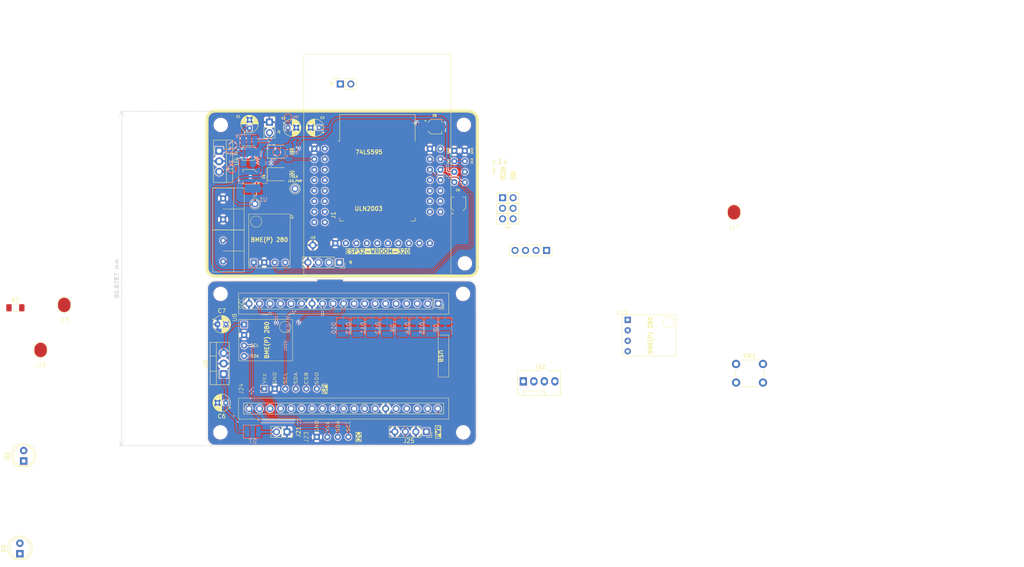
<source format=kicad_pcb>
(kicad_pcb (version 20240108) (generator "pcbnew") (generator_version "8.0")
  (layers (0 "F.Cu" signal) (31 "B.Cu" signal) (34 "B.Paste" user) (35 "F.Paste" user) (36 "B.SilkS" user "B.Silkscreen") (37 "F.SilkS" user "F.Silkscreen") (38 "B.Mask" user) (39 "F.Mask" user) (44 "Edge.Cuts" user))
  (net 0 "")
  (net 1 "GND")
  (net 2 "+3V3")
  (net 3 "+5V")
  (net 4 "/RXD")
  (net 5 "/TXD")
  (net 6 "/SDA")
  (net 7 "/GPIO_33")
  (net 8 "/SCL")
  (net 9 "/OUT3")
  (net 10 "/EN")
  (net 11 "/SOURCE2")
  (net 12 "/SOURCE1")
  (net 13 "/SOURCE3")
  (net 14 "/VDC")
  (net 15 "/DAC1")
  (net 16 "/DAC2")
  (net 17 "/GPIO39")
  (net 18 "/GPIO19")
  (net 19 "/GPIO17")
  (net 20 "/GPIO5")
  (net 21 "/GPIO18")
  (net 22 "/SD_DATA0")
  (net 23 "/ADC2_CH3")
  (net 24 "/SD_DATA3")
  (net 25 "/SD_CMD")
  (net 26 "/SD_CLK")
  (net 27 "/SD_DATA2")
  (net 28 "/SD_DATA1")
  (net 29 "/ADC2_CH0")
  (net 30 "/GPIO23")
  (net 31 "/GPIO36")
  (net 32 "/ADC2_CH2")
  (net 33 "/BOOT")
  (net 34 "/GPIO13")
  (net 35 "/SOURCE4")
  (net 36 "/SOURCE5")
  (net 37 "/SIPO_DATA")
  (net 38 "/SIPO_CLK")
  (net 39 "/SIPO_LATCH")
  (net 40 "/GPIO14")
  (net 41 "/OUT1")
  (net 42 "/VIN")
  (net 45 "Net-(D5-Pad1)")
  (net 46 "Net-(J15-Pin_1)")
  (net 47 "Net-(J19-Pin_1)")
  (net 48 "/OUT2")
  (net 60 "/RX")
  (net 65 "/TX")
  (net 76 "/SCL-2")
  (net 77 "/SDA-2")
  (net 80 "/12V")
  (net 82 "/QB-2")
  (net 83 "/QC-2")
  (net 84 "/QE-2")
  (net 85 "/QA-2")
  (net 86 "/QD-2")
  (net 87 "/QG-2")
  (net 88 "/QH-2")
  (net 89 "/QF-2")
  (net 90 "/SPI-SDO")
  (net 91 "/SPI-CSB")
  (net 92 "/SPI-SCL")
  (net 93 "/SPI-SDA")
  (net 94 "/D23")
  (net 95 "/D18")
  (footprint "Capacitor_THT:CP_Radial_D4.0mm_P2.00mm" (layer "F.Cu") (at 107 44.2 180)
    (property "Reference" "C2")
    (property "Value" "1uF")
  )
  (footprint "LED_SMD:LED_1210_3225Metric_Pad1.42x2.65mm_HandSolder" (layer "F.Cu") (at 97 55.45)
    (property "Reference" "D2")
    (property "Value" "STATUS")
  )
  (footprint "Capacitor_SMD:CP_Elec_3x5.3" (layer "F.Cu") (at 90.3 50.35 180)
    (property "Reference" "C4")
    (property "Value" "0.1uF")
  )
  (footprint "Resistor_SMD:R_1206_3216Metric_Pad1.30x1.75mm_HandSolder" (layer "F.Cu") (at 33.612 87.7585)
    (property "Reference" "R7")
    (property "Value" "4K7")
  )
  (footprint "LED_THT:LED_D5.0mm" (layer "F.Cu") (at 34.7 147.25 90)
    (property "Reference" "D6")
    (property "Value" "LED_STATUS")
  )
  (footprint "Button_Switch_THT:SW_PUSH_6mm" (layer "F.Cu") (at 207.8 101.35)
    (property "Reference" "SW1")
    (property "Value" "SW_Push")
  )
  (footprint "Connector:FanPinHeader_1x04_P2.54mm_Vertical" (layer "F.Cu") (at 156.38 105.55)
    (property "Reference" "J22")
    (property "Value" "Conn_01x04_Pin")
  )
  (footprint "Alexander Footprint Library:Pad_1x01_P2.54_SMD" (layer "F.Cu") (at 39.712 102.098)
    (property "Reference" "J19")
    (property "Value" "LED_PWR")
  )
  (footprint "Alexanddr Footprints Library:ESP32-WROOM-Adapter-Socket-2" (layer "F.Cu") (at 121.1 56.9025)
    (property "Reference" "J1")
    (property "Value" "~")
  )
  (footprint "Alexander Footprint Library:Pad_1x01_P2.54_SMD" (layer "F.Cu") (at 45.412 91.198)
    (property "Reference" "J15")
    (property "Value" "LED_PWR")
  )
  (footprint "MountingHole:MountingHole_3mm" (layer "F.Cu") (at 142 43.5)
    (property "Reference" "H1" (hide yes))
    (property "Value" "MountingHole_Pad")
  )
  (footprint "Connector_PinSocket_2.54mm:PinSocket_1x02_P2.54mm_Vertical" (layer "F.Cu") (at 99.25 117.775 -90)
    (property "Reference" "J21")
    (property "Value" "PWR")
  )
  (footprint "MountingHole:MountingHole_3mm" (layer "F.Cu") (at 83.25 43.53)
    (property "Reference" "H2" (hide yes))
    (property "Value" "MountingHole_Pad")
  )
  (footprint "Alexander Footprints Library:Conn_Terminal_5mm" (layer "F.Cu") (at 83.82 53.69)
    (property "Reference" "J9" (hide yes))
    (property "Value" "Conn_01x02_Socket")
  )
  (footprint "Alexander Footprint Library:Pad_1x01_P2.54_SMD" (layer "F.Cu") (at 207.3 68.7895)
    (property "Reference" "J17")
    (property "Value" "GND")
  )
  (footprint "MountingHole:MountingHole_3mm" (layer "F.Cu") (at 141.85 117.9)
    (property "Reference" "H4" (hide yes))
    (property "Value" "MountingHole_Pad")
  )
  (footprint "Capacitor_THT:CP_Radial_D4.0mm_P2.00mm" (layer "F.Cu") (at 82.5 91.75)
    (property "Reference" "C7")
    (property "Value" "1uF")
  )
  (footprint "Connector_PinSocket_2.54mm:PinSocket_1x04_P2.54mm_Vertical" (layer "F.Cu") (at 132.94 117.75 -90)
    (property "Reference" "J25")
    (property "Value" "PWR_SATA_Conn_01x04")
  )
  (footprint "Capacitor_SMD:CP_Elec_3x5.3" (layer "F.Cu") (at 90.4 56.05 180)
    (property "Reference" "C9")
    (property "Value" "0.1uF")
  )
  (footprint "Alexander Footprint Library:PinSocket_1x01_P2.54" (layer "F.Cu") (at 91.5 65.19)
    (property "Reference" "J7")
    (property "Value" "LED_PWR")
  )
  (footprint "Alexander Footprint Library:Conn_SPI" (layer "F.Cu") (at 88.68 107.35 90)
    (property "Reference" "J24")
    (property "Value" "~")
  )
  (footprint "Connector_PinSocket_2.54mm:PinSocket_1x02_P2.54mm_Vertical" (layer "F.Cu") (at 95.025 42.85)
    (property "Reference" "J2")
    (property "Value" "PWR")
  )
  (footprint "Connector_PinSocket_2.54mm:PinSocket_1x04_P2.54mm_Vertical" (layer "F.Cu") (at 111.94 76.8 -90)
    (property "Reference" "J6")
    (property "Value" "SOURCE")
  )
  (footprint "MountingHole:MountingHole_3mm" (layer "F.Cu") (at 83.15 117.9)
    (property "Reference" "H4" (hide yes))
    (property "Value" "MountingHole_Pad")
  )
  (footprint "Connector_PinSocket_2.54mm:PinSocket_1x04_P2.54mm_Vertical" (layer "F.Cu") (at 162 73.875 -90)
    (property "Reference" "J10" (hide yes))
    (property "Value" "ADC")
  )
  (footprint "Capacitor_SMD:CP_Elec_3x5.3" (layer "F.Cu") (at 140.7 62.75 90)
    (property "Reference" "C5")
    (property "Value" "0.1uF")
  )
  (footprint "MountingHole:MountingHole_3mm" (layer "F.Cu") (at 141.8 84.4)
    (property "Reference" "H4" (hide yes))
    (property "Value" "MountingHole_Pad")
  )
  (footprint "Capacitor_THT:CP_Radial_D4.0mm_P2.00mm" (layer "F.Cu") (at 99.5 44.2)
    (property "Reference" "C3")
    (property "Value" "1uF")
  )
  (footprint "Alexander Footprint Library:Conn_ESP32_WROOM-DevKit-38pins" (layer "F.Cu") (at 87.54 86.75 -90)
    (property "Reference" "J20")
    (property "Value" "~")
  )
  (footprint "Capacitor_SMD:CP_Elec_3x5.3" (layer "F.Cu") (at 134.9 43.95)
    (property "Reference" "C8")
    (property "Value" "10uF")
  )
  (footprint "Alexander Footprint Library:LD1117" (layer "F.Cu") (at 83.945 103.79 90)
    (property "Reference" "U9")
    (property "Value" "L7805")
  )
  (footprint "Alexander Footprint Library:PinSocket_1x01_P2.54" (layer "F.Cu") (at 101.2 61.52)
    (property "Reference" "J18")
    (property "Value" "LED_PWR")
  )
  (footprint "Alexander Footprint Library:Conn_I2C" (layer "F.Cu") (at 98.84 119 90)
    (property "Reference" "J23")
    (property "Value" "I2C")
  )
  (footprint "Capacitor_THT:CP_Radial_D4.0mm_P2.00mm" (layer "F.Cu") (at 84.4726 110.75 180)
    (property "Reference" "C6")
    (property "Value" "1uF")
  )
  (footprint "Alexander Footprint Library:BME280_BMP280_I2C" (layer "F.Cu") (at 180.3 89.45)
    (property "Reference" "U10")
    (property "Value" "BME(P)280")
  )
  (footprint "MountingHole:MountingHole_3mm" (layer "F.Cu") (at 83.2 84.4)
    (property "Reference" "H4" (hide yes))
    (property "Value" "MountingHole_Pad")
  )
  (footprint "Connector_PinSocket_2.54mm:PinSocket_1x02_P2.54mm_Vertical" (layer "F.Cu") (at 112.15 33.625 90)
    (property "Reference" "J5")
    (property "Value" "DAC")
  )
  (footprint "Alexander Footprint Library:CONN_2x3" (layer "F.Cu") (at 151.36 56.07)
    (property "Reference" "J14")
    (property "Value" "GPIO")
  )
  (footprint "Alexander Footprints Library:Conn_UART" (layer "F.Cu") (at 139.7 42.15)
    (property "Reference" "J3" (hide yes))
    (property "Value" "UART")
  )
  (footprint "Alexander Footprint Library:PinSocket_1x01_P2.54" (layer "F.Cu") (at 105.5 75.19)
    (property "Reference" "J16")
    (property "Value" "GND")
  )
  (footprint "Capacitor_THT:CP_Radial_D4.0mm_P2.00mm" (layer "F.Cu") (at 90.2 44.3 90)
    (property "Reference" "C1")
    (property "Value" "1uF")
  )
  (footprint "Alexander Footprint Library:BME280_BMP280_I2C" (layer "F.Cu") (at 90 78.1 90)
    (property "Reference" "U7")
    (property "Value" "BME(P)280")
  )
  (footprint "Alexander Footprint Library:LD1117" (layer "F.Cu") (at 82.855 49.77 -90)
    (property "Reference" "U4")
    (property "Value" "L7805")
  )
  (footprint "Alexander Footprints Library:Conn_I2C" (layer "F.Cu") (at 142.24 42.15)
    (property "Reference" "J4" (hide yes))
    (property "Value" "I2C")
  )
  (footprint "LED_THT:LED_D5.0mm" (layer "F.Cu") (at 35.612 124.8335 90)
    (property "Reference" "D5")
    (property "Value" "LED_PWR")
  )
  (footprint "Alexander Footprint Library:BME280_BMP280_I2C" (layer "F.Cu") (at 87.6 90.59)
    (property "Reference" "U8")
    (property "Value" "BME(P)280")
  )
  (footprint "LED_SMD:LED_1210_3225Metric_Pad1.42x2.65mm_HandSolder" (layer "F.Cu") (at 97 50)
    (property "Reference" "D1")
    (property "Value" "PWR")
  )
  (footprint "MountingHole:MountingHole_3mm" (layer "F.Cu") (at 142.25 77)
    (property "Reference" "H4" (hide yes))
    (property "Value" "MountingHole_Pad")
  )
  (footprint "Alexander Footprints Library:Conn_Terminal_5mm" (layer "F.Cu") (at 83.82 63.85)
    (property "Reference" "J8" (hide yes))
    (property "Value" "Conn_01x02_Socket")
  )
  (footprint "TestPoint:TestPoint_Pad_D1.5mm" (layer "B.Cu") (at 99.5 41.75 180)
    (property "Reference" "TP4")
    (property "Value" "5V")
  )
  (footprint "LED_SMD:LED_1210_3225Metric_Pad1.42x2.65mm_HandSolder" (layer "B.Cu") (at 127.1 92.65 -90)
    (property "Reference" "D9")
    (property "Value" "PWR")
  )
  (footprint "TestPoint:TestPoint_Pad_D1.5mm" (layer "B.Cu") (at 96.8 50.15 180)
    (property "Reference" "TP3")
    (property "Value" "3V3")
  )
  (footprint "LED_SMD:LED_1210_3225Metric_Pad1.42x2.65mm_HandSolder" (layer "B.Cu") (at 119.9 92.65 -90)
    (property "Reference" "D11")
    (property "Value" "PWR")
  )
  (footprint "Diode_SMD:D_1210_3225Metric" (layer "B.Cu") (at 91 117.75)
    (property "Reference" "D7")
    (property "Value" "D")
  )
  (footprint "LED_SMD:LED_1210_3225Metric_Pad1.42x2.65mm_HandSolder" (layer "B.Cu") (at 134.1 92.65 -90)
    (property "Reference" "D15")
    (property "Value" "PWR")
  )
  (footprint "Resistor_SMD:R_1206_3216Metric_Pad1.30x1.75mm_HandSolder" (layer "B.Cu") (at 99.7 50.25 -90)
    (property "Reference" "R1")
    (property "Value" "10K")
  )
  (footprint "Diode_SMD:D_1210_3225Metric" (layer "B.Cu") (at 90.1 47.4)
    (property "Reference" "D4")
    (property "Value" "D")
  )
  (footprint "LED_SMD:LED_1210_3225Metric_Pad1.42x2.65mm_HandSolder" (layer "B.Cu") (at 130.6 92.65 -90)
    (property "Reference" "D14")
    (property "Value" "PWR")
  )
  (footprint "TestPoint:TestPoint_Pad_D1.5mm" (layer "B.Cu") (at 86.2 48.45 180)
    (property "Reference" "TP1")
    (property "Value" "VIN")
  )
  (footprint "LED_SMD:LED_1210_3225Metric_Pad1.42x2.65mm_HandSolder" (layer "B.Cu") (at 123.5 92.65 -90)
    (property "Reference" "D12")
    (property "Value" "PWR")
  )
  (footprint "TestPoint:TestPoint_Pad_D1.5mm" (layer "B.Cu") (at 85.9 54.15 180)
    (property "Reference" "TP2")
    (property "Value" "GND")
  )
  (footprint "LED_SMD:LED_1210_3225Metric_Pad1.42x2.65mm_HandSolder" (layer "B.Cu") (at 116.4 92.65 -90)
    (property "Reference" "D13")
    (property "Value" "PWR")
  )
  (footprint "LED_SMD:LED_1210_3225Metric_Pad1.42x2.65mm_HandSolder" (layer "B.Cu") (at 112.8 92.65 -90)
    (property "Reference" "D10")
    (property "Value" "PWR")
  )
  (footprint "Package_TO_SOT_SMD:SOT-223-3_TabPin2" (layer "B.Cu") (at 91 55.75 -90)
    (property "Reference" "U1")
    (property "Value" "MAX1726EUK33")
  )
  (footprint "LED_SMD:LED_1210_3225Metric_Pad1.42x2.65mm_HandSolder" (layer "B.Cu") (at 137.5 92.65 -90)
    (property "Reference" "D8")
    (property "Value" "PWR")
  )
  (gr_line (start 145.25 42.11421) (end 145.25 78.085782) (stroke (width 0.75)) (layer "F.SilkS"))
  (gr_line (start 81.914218 40.164218) (end 143.08579 40.164218) (stroke (width 0.75)) (layer "F.SilkS"))
  (gr_arc (start 145.25 78.085782) (mid 144.66422 79.500007) (end 143.25 80.085782) (stroke (width 0.75)) (layer "F.SilkS"))
  (gr_line (start 79.914218 42.11421) (end 79.914218 78.085782) (stroke (width 0.75)) (layer "F.SilkS"))
  (gr_arc (start 81.914218 80.085782) (mid 80.499999 79.500001) (end 79.914218 78.085782) (stroke (width 0.75)) (layer "F.SilkS"))
  (gr_arc (start 143.25 40.25) (mid 144.664214 40.835786) (end 145.25 42.25) (stroke (width 0.75)) (layer "F.SilkS"))
  (gr_arc (start 79.914218 42.164218) (mid 80.499999 40.749999) (end 81.914218 40.164218) (stroke (width 0.75)) (layer "F.SilkS"))
  (gr_line (start 81.914214 80.085782) (end 143.085786 80.085782) (stroke (width 0.75)) (layer "F.SilkS"))
  (gr_line (start 82.014214 80.235786) (end 106.4 80.25) (stroke (width 0.1)) (layer "Edge.Cuts"))
  (gr_line (start 80 42.25) (end 80.014214 78.235786) (stroke (width 0.1)) (layer "Edge.Cuts"))
  (gr_arc (start 79.921321 83.157107) (mid 80.507106 81.742896) (end 81.921321 81.157107) (stroke (width 0.1)) (layer "Edge.Cuts"))
  (gr_line (start 81.921321 121.128679) (end 143.107107 121.142893) (stroke (width 0.1)) (layer "Edge.Cuts"))
  (gr_arc (start 81.921321 121.128679) (mid 80.507101 120.542899) (end 79.921321 119.128679) (stroke (width 0.1)) (layer "Edge.Cuts"))
  (gr_line (start 143.092893 81.157107) (end 113 81.15) (stroke (width 0.1)) (layer "Edge.Cuts"))
  (gr_arc (start 145.107107 119.142893) (mid 144.521321 120.557107) (end 143.107107 121.142893) (stroke (width 0.1)) (layer "Edge.Cuts"))
  (gr_line (start 106.4 81.15) (end 81.921321 81.157107) (stroke (width 0.1)) (layer "Edge.Cuts"))
  (gr_arc (start 143.185786 40.264214) (mid 144.600004 40.849996) (end 145.185786 42.264214) (stroke (width 0.1)) (layer "Edge.Cuts"))
  (gr_line (start 113 80.25) (end 143.185786 80.235786) (stroke (width 0.1)) (layer "Edge.Cuts"))
  (gr_arc (start 82.014214 80.235786) (mid 80.599996 79.650004) (end 80.014214 78.235786) (stroke (width 0.1)) (layer "Edge.Cuts"))
  (gr_line (start 145.185786 42.264214) (end 145.185786 78.235786) (stroke (width 0.1)) (layer "Edge.Cuts"))
  (gr_arc (start 80 42.25) (mid 80.585786 40.835786) (end 82 40.25) (stroke (width 0.1)) (layer "Edge.Cuts"))
  (gr_line (start 145.107107 119.142893) (end 145.092893 83.157107) (stroke (width 0.1)) (layer "Edge.Cuts"))
  (gr_line (start 79.921321 119.128679) (end 79.921321 83.157107) (stroke (width 0.1)) (layer "Edge.Cuts"))
  (gr_line (start 106.4 81.15) (end 106.4 80.25) (stroke (width 0.1)) (layer "Edge.Cuts"))
  (gr_arc (start 145.185786 78.235786) (mid 144.600004 79.650004) (end 143.185786 80.235786) (stroke (width 0.1)) (layer "Edge.Cuts"))
  (gr_arc (start 143.092893 81.157107) (mid 144.507112 81.742888) (end 145.092893 83.157107) (stroke (width 0.1)) (layer "Edge.Cuts"))
  (gr_line (start 113 81.15) (end 113 80.25) (stroke (width 0.1)) (layer "Edge.Cuts"))
  (gr_line (start 143.185786 40.264214) (end 82 40.25) (stroke (width 0.1)) (layer "Edge.Cuts"))
  (gr_text "SCL" (at 90.4 96.85 0) (layer "F.SilkS") (effects (font (size 0.7 0.7) (thickness 0.125) (bold yes)) (justify left)))
  (gr_text "SDA" (at 90.4 99.45 0) (layer "F.SilkS") (effects (font (size 0.7 0.7) (thickness 0.125) (bold yes)) (justify left)))
  (gr_text "PWR" (at 136.4 119.55 90) (layer "F.SilkS" knockout) (effects (font (size 1 1) (thickness 0.25) (bold yes)) (justify left bottom)))
  (gr_text "74LS595" (at 119.057143 50.1 0) (layer "F.SilkS") (effects (font (size 1 1) (thickness 0.2) (bold yes))))
  (gr_text "ULN2003" (at 115.5 64.374 0) (layer "F.SilkS") (effects (font (size 1 1) (thickness 0.2) (bold yes)) (justify left bottom)))
  (dimension (type aligned) (layer "Edge.Cuts") (pts (xy 81.921321 121.128679) (xy 82 40.25)) (height -22.6907) (gr_text "80.8787 mm" (at 58.119973 80.666146 89.94426182) (layer "Edge.Cuts") (effects (font (size 1 1) (thickness 0.15)))) (format (prefix "") (suffix "") (units 3) (units_format 1) (precision 4)) (style (thickness 0.1) (arrow_length 1.27) (text_position_mode 0) (extension_height 0.58642) (extension_offset 0.5) keep_text_aligned))
  (segment (start 84.21 66) (end 83.82 66.39) (width 0.5) (layer "F.Cu") (net 1))
  (segment (start 95.5 54.8625) (end 95.5125 54.85) (width 0.25) (layer "F.Cu") (net 1))
  (segment (start 95.5 55.4625) (end 95.5125 55.45) (width 0.25) (layer "F.Cu") (net 1))
  (segment (start 91.5 59.65) (end 91.9 59.25) (width 0.5) (layer "F.Cu") (net 2))
  (segment (start 101.15 50) (end 102 49.15) (width 0.5) (layer "F.Cu") (net 2))
  (segment (start 90.08 108.57) (end 90.08 112.15) (width 0.5) (layer "F.Cu") (net 2))
  (segment (start 91.3 107.35) (end 90.08 108.57) (width 0.5) (layer "F.Cu") (net 2))
  (segment (start 91.9 59.25) (end 91.9 56.05) (width 0.5) (layer "F.Cu") (net 2))
  (segment (start 130.5 42.95) (end 131.5 43.95) (width 0.5) (layer "F.Cu") (net 2))
  (segment (start 131.5 43.95) (end 133.4 43.95) (width 0.5) (layer "F.Cu") (net 2))
  (segment (start 98.4875 50) (end 101.15 50) (width 0.5) (layer "F.Cu") (net 2))
  (segment (start 93.76 107.35) (end 91.3 107.35) (width 0.5) (layer "F.Cu") (net 2))
  (segment (start 91.5 62.62) (end 91.5 59.65) (width 0.5) (layer "F.Cu") (net 2))
  (via (at 102 49.15) (size 0.8) (drill 0.4) (layers "F.Cu" "B.Cu") (net 2))
  (via (at 130.5 42.95) (size 0.8) (drill 0.4) (layers "F.Cu" "B.Cu") (net 2))
  (segment (start 96.075 48.7) (end 97.525 48.7) (width 0.5) (layer "B.Cu") (net 2))
  (segment (start 109.408578 44.2) (end 107 44.2) (width 0.5) (layer "B.Cu") (net 2))
  (segment (start 93.21 115.25) (end 101 115.25) (width 0.5) (layer "B.Cu") (net 2))
  (segment (start 81.3 75.997918) (end 81.3 59.75104) (width 0.5) (layer "B.Cu") (net 2))
  (segment (start 93.3 54.905025) (end 93.3 52.6) (width 0.5) (layer "B.Cu") (net 2))
  (segment (start 100 48.7) (end 100 48.03033) (width 0.5) (layer "B.Cu") (net 2))
  (segment (start 137.9 51.55) (end 138.66 52.31) (width 0.5) (layer "B.Cu") (net 2))
  (segment (start 104.722182 46.75) (end 103 46.75) (width 0.5) (layer "B.Cu") (net 2))
  (segment (start 109 117.5) (end 109 119) (width 0.5) (layer "B.Cu") (net 2))
  (segment (start 84.202081 78.9) (end 89.990883 78.9) (width 0.5) (layer "B.Cu") (net 2))
  (segment (start 109.75 45) (end 109.75 44.141421) (width 0.5) (layer "B.Cu") (net 2))
  (segment (start 103 46.75) (end 101.28033 46.75) (width 0.5) (layer "B.Cu") (net 2))
  (segment (start 109.75 43.858578) (end 109.75 44.141421) (width 0.5) (layer "B.Cu") (net 2))
  (segment (start 138.66 52.31) (end 139.7 52.31) (width 0.5) (layer "B.Cu") (net 2))
  (segment (start 104.722182 46.75) (end 106.277817 46.75) (width 0.5) (layer "B.Cu") (net 2))
  (segment (start 139.7 52.31) (end 142.24 52.31) (width 0.5) (layer "B.Cu") (net 2))
  (segment (start 129.1 41.75) (end 136.8 41.75) (width 0.5) (layer "B.Cu") (net 2))
  (segment (start 112.31066 41.75) (end 129.1 41.75) (width 0.5) (layer "B.Cu") (net 2))
  (segment (start 88.207106 62.75) (end 91.5 62.75) (width 0.5) (layer "B.Cu") (net 2))
  (segment (start 86.5 61.042893) (end 86.5 57.5) (width 0.5) (layer "B.Cu") (net 2))
  (segment (start 106.277817 46.75) (end 108 46.75) (width 0.5) (layer "B.Cu") (net 2))
  (segment (start 101 115.25) (end 102.5 116.75) (width 0.5) (layer "B.Cu") (net 2))
  (segment (start 137.9 42.85) (end 137.9 51.55) (width 0.5) (layer "B.Cu") (net 2))
  (segment (start 91.22 77.670883) (end 91.22 76.8) (width 0.5) (layer "B.Cu") (net 2))
  (segment (start 89.455634 56.1) (end 92.105025 56.1) (width 0.5) (layer "B.Cu") (net 2))
  (segment (start 96.075 48.7) (end 95.177817 48.7) (width 0.5) (layer "B.Cu") (net 2))
  (segment (start 90.11 112.15) (end 93.21 115.25) (width 0.5) (layer "B.Cu") (net 2))
  (segment (start 136.8 41.75) (end 137.9 42.85) (width 0.5) (layer "B.Cu") (net 2))
  (segment (start 108.25 116.75) (end 109 117.5) (width 0.5) (layer "B.Cu") (net 2))
  (segment (start 110.015165 42.984834) (end 110.5 42.5) (width 0.5) (layer "B.Cu") (net 2))
  (segment (start 108 46.75) (end 109.75 45) (width 0.5) (layer "B.Cu") (net 2))
  (segment (start 96.8 49.425) (end 96.8 50.15) (width 0.25) (layer "B.Cu") (net 2))
  (segment (start 102 47.75) (end 103 46.75) (width 0.5) (layer "B.Cu") (net 2))
  (segment (start 109.75 43.858578) (end 109.75 43.625) (width 0.5) (layer "B.Cu") (net 2))
  (segment (start 93.3 52.6) (end 93.3 50.577817) (width 0.5) (layer "B.Cu") (net 2))
  (segment (start 82.75104 58.3) (end 84.144365 58.3) (width 0.5) (layer "B.Cu") (net 2))
  (segment (start 130.5 42.95) (end 129.3 41.75) (width 0.5) (layer "B.Cu") (net 2))
  (segment (start 102 49.15) (end 102 47.75) (width 0.5) (layer "B.Cu") (net 2))
  (segment (start 102.5 116.75) (end 108.25 116.75) (width 0.5) (layer "B.Cu") (net 2))
  (segment (start 129.3 41.75) (end 129.1 41.75) (width 0.5) (layer "B.Cu") (net 2))
  (segment (start 100 48.7) (end 97.525 48.7) (width 0.5) (layer "B.Cu") (net 2))
  (arc (start 93.3 54.905025) (mid 93.209037 55.362322) (end 92.95 55.75) (width 0.5) (layer "B.Cu") (net 2))
  (arc (start 86.8 57.2) (mid 85.581584 58.014119) (end 84.144365 58.3) (width 0.5) (layer "B.Cu") (net 2))
  (arc (start 89.455634 56.1) (mid 88.018415 56.38588) (end 86.8 57.2) (width 0.5) (layer "B.Cu") (net 2))
  (arc (start 86.5 61.042893) (mid 86.629945 61.696174) (end 87 62.25) (width 0.5) (layer "B.Cu") (net 2))
  (arc (start 82.75104 58.3) (mid 82.195751 58.410453) (end 81.725 58.725) (width 0.5) (layer "B.Cu") (net 2))
  (arc (start 92.95 55.75) (mid 92.562322 56.009037) (end 92.105025 56.1) (width 0.5) (layer "B.Cu") (net 2))
  (arc (start 109.75 43.625) (mid 109.818914 43.278544) (end 110.015165 42.984834) (width 0.5) (layer "B.Cu") (net 2))
  (arc (start 95.177817 48.7) (mid 94.459207 48.84294) (end 93.85 49.25) (width 0.5) (layer "B.Cu") (net 2))
  (arc (start 96.8 49.425) (mid 96.587652 48.912347) (end 96.075 48.7) (width 0.25) (layer "B.Cu") (net 2))
  (arc (start 82.15 78.05) (mid 83.091502 78.679092) (end 84.202081 78.9) (width 0.5) (layer "B.Cu") (net 2))
  (arc (start 109.75 44.141421) (mid 109.713838 44.087301) (end 109.65 44.1) (width 0.5) (layer "B.Cu") (net 2))
  (arc (start 93.85 49.25) (mid 93.44294 49.859207) (end 93.3 50.577817) (width 0.5) (layer "B.Cu") (net 2))
  (arc (start 90.86 78.54) (mid 90.461245 78.806439) (end 89.990883 78.9) (width 0.5) (layer "B.Cu") (net 2))
  (arc (start 109.65 44.1) (mid 109.539234 44.17401) (end 109.408578 44.2) (width 0.5) (layer "B.Cu") (net 2))
  (arc (start 87 62.25) (mid 87.553825 62.620054) (end 88.207106 62.75) (width 0.5) (layer "B.Cu") (net 2))
  (arc (start 81.725 58.725) (mid 81.410453 59.195751) (end 81.3 59.75104) (width 0.5) (layer "B.Cu") (net 2))
  (arc (start 101.28033 46.75) (mid 100.790368 46.847459) (end 100.375 47.125) (width 0.5) (layer "B.Cu") (net 2))
  (arc (start 91.22 77.670883) (mid 91.126439 78.141245) (end 90.86 78.54) (width 0.5) (layer "B.Cu") (net 2))
  (arc (start 110.5 42.5) (mid 111.330737 41.944918) (end 112.31066 41.75) (width 0.5) (layer "B.Cu") (net 2))
  (arc (start 109.65 44.1) (mid 109.72401 43.989234) (end 109.75 43.858578) (width 0.5) (layer "B.Cu") (net 2))
  (arc (start 100.375 47.125) (mid 100.097459 47.540368) (end 100 48.03033) (width 0.5) (layer "B.Cu") (net 2))
  (arc (start 81.3 75.997918) (mid 81.520907 77.108496) (end 82.15 78.05) (width 0.5) (layer "B.Cu") (net 2))
  (segment (start 99.5 45.693413) (end 99.5 44.2) (width 0.5) (layer "F.Cu") (net 3))
  (segment (start 98.6375 46.9625) (end 99.2125 46.3875) (width 0.5) (layer "F.Cu") (net 3))
  (segment (start 83.945 98.71) (end 86.21 98.71) (width 0.5) (layer "F.Cu") (net 3))
  (segment (start 86.75 99.25) (end 86.75 100) (width 0.5) (layer "F.Cu") (net 3))
  (segment (start 127.86 116.39) (end 129 115.25) (width 0.5) (layer "F.Cu") (net 3))
  (segment (start 129 115.25) (end 135.25 115.25) (width 0.5) (layer "F.Cu") (net 3))
  (segment (start 135.81 114.69) (end 135.81 112.15) (width 0.5) (layer "F.Cu") (net 3))
  (segment (start 86.75 114.25) (end 87.75 115.25) (width 0.5) (layer "F.Cu") (net 3))
  (segment (start 86.75 100) (end 86.75 114.25) (width 0.5) (layer "F.Cu") (net 3))
  (segment (start 88.1 47.25) (end 97.943413 47.25) (width 0.5) (layer "F.Cu") (net 3))
  (segment (start 84.9 54.85) (end 85.4 54.35) (width 0.5) (layer "F.Cu") (net 3))
  (segment (start 85.4 54.35) (end 85.4 49.95) (width 0.5) (layer "F.Cu") (net 3))
  (segment (start 127.86 118.65) (end 127.86 116.39) (width 0.5) (layer "F.Cu") (net 3))
  (segment (start 86.21 98.71) (end 86.75 99.25) (width 0.5) (layer "F.Cu") (net 3))
  (segment (start 135.25 115.25) (end 135.81 114.69) (width 0.5) (layer "F.Cu") (net 3))
  (segment (start 82.855 54.85) (end 84.9 54.85) (width 0.5) (layer "F.Cu") (net 3))
  (segment (start 85.4 49.95) (end 88.1 47.25) (width 0.5) (layer "F.Cu") (net 3))
  (segment (start 87.75 115.25) (end 129 115.25) (width 0.5) (layer "F.Cu") (net 3))
  (arc (start 97.943413 47.25) (mid 98.31905 47.175281) (end 98.6375 46.9625) (width 0.5) (layer "F.Cu") (net 3))
  (arc (start 99.5 45.693413) (mid 99.425281 46.06905) (end 99.2125 46.3875) (width 0.5) (layer "F.Cu") (net 3))
  (segment (start 83.945 97.305) (end 84.5 96.75) (width 0.5) (layer "B.Cu") (net 3))
  (segment (start 84.5 94.05) (end 84.5 91.75) (width 0.5) (layer "B.Cu") (net 3))
  (segment (start 88.9 91.81) (end 86.74 91.81) (width 0.5) (layer "B.Cu") (net 3))
  (segment (start 83.945 98.71) (end 83.945 97.305) (width 0.5) (layer "B.Cu") (net 3))
  (segment (start 86.74 91.81) (end 84.5 94.05) (width 0.5) (layer "B.Cu") (net 3))
  (segment (start 84.5 96.75) (end 84.5 94.05) (width 0.5) (layer "B.Cu") (net 3))
  (segment (start 99.5 42.25) (end 99.5 44.2) (width 0.25) (layer "B.Cu") (net 3))
  (segment (start 139.7 57.35) (end 139.7 57.39) (width 0.25) (layer "F.Cu") (net 4))
  (segment (start 140.3 57.45) (end 139.3 57.45) (width 0.25) (layer "F.Cu") (net 4))
  (segment (start 139.04 57.39) (end 139.7 57.39) (width 0.25) (layer "F.Cu") (net 4))
  (segment (start 137.96 55.65) (end 139.7 57.39) (width 0.25) (layer "B.Cu") (net 4))
  (segment (start 133.8 54.3625) (end 135.0875 55.65) (width 0.25) (layer "B.Cu") (net 4))
  (segment (start 135.0875 55.65) (end 137.96 55.65) (width 0.25) (layer "B.Cu") (net 4))
  (segment (start 138 52.25) (end 137.5725 51.8225) (width 0.25) (layer "F.Cu") (net 5))
  (segment (start 139.7 54.85) (end 138.3 54.85) (width 0.25) (layer "F.Cu") (net 5))
  (segment (start 137.5725 51.8225) (end 136.34 51.8225) (width 0.25) (layer "F.Cu") (net 5))
  (segment (start 138 54.55) (end 138 52.25) (width 0.25) (layer "F.Cu") (net 5))
  (segment (start 138.3 54.85) (end 138 54.55) (width 0.25) (layer "F.Cu") (net 5))
  (segment (start 139.7 54.85) (end 139.5 54.85) (width 0.25) (layer "F.Cu") (net 5))
  (segment (start 142.24 54.85) (end 142.24 55.51) (width 0.25) (layer "F.Cu") (net 6))
  (segment (start 98.84 76.8) (end 98.84 78.09) (width 0.25) (layer "B.Cu") (net 6))
  (segment (start 141 57.95) (end 141 56.09) (width 0.25) (layer "B.Cu") (net 6))
  (segment (start 140.990501 53.600501) (end 142.24 54.85) (width 0.25) (layer "B.Cu") (net 6))
  (segment (start 136.34 54.3625) (end 137.101999 53.600501) (width 0.25) (layer "B.Cu") (net 6))
  (segment (start 143.281802 72.781802) (end 143.55 72.513604) (width 0.25) (layer "B.Cu") (net 6))
  (segment (start 99.4 78.65) (end 130.7 78.65) (width 0.25) (layer "B.Cu") (net 6))
  (segment (start 130.7 78.65) (end 134.55 78.65) (width 0.25) (layer "B.Cu") (net 6))
  (segment (start 143.55 72.513604) (end 143.55 60.5) (width 0.25) (layer "B.Cu") (net 6))
  (segment (start 143.55 60.5) (end 141 57.95) (width 0.25) (layer "B.Cu") (net 6))
  (segment (start 140.418198 72.781802) (end 143.281802 72.781802) (width 0.25) (layer "B.Cu") (net 6))
  (segment (start 98.84 78.09) (end 99.4 78.65) (width 0.25) (layer "B.Cu") (net 6))
  (segment (start 141 56.09) (end 142.24 54.85) (width 0.25) (layer "B.Cu") (net 6))
  (segment (start 137.101999 53.600501) (end 140.990501 53.600501) (width 0.25) (layer "B.Cu") (net 6))
  (segment (start 134.55 78.65) (end 140.418198 72.781802) (width 0.25) (layer "B.Cu") (net 6))
  (segment (start 135.1 55.15) (end 135.6 55.65) (width 0.25) (layer "F.Cu") (net 8))
  (segment (start 133.8 51.8225) (end 135.1 53.1225) (width 0.25) (layer "F.Cu") (net 8))
  (segment (start 141.603604 57.39) (end 142.24 57.39) (width 0.25) (layer "F.Cu") (net 8))
  (segment (start 137.3 55.65) (end 137.8 56.15) (width 0.25) (layer "F.Cu") (net 8))
  (segment (start 135.1 53.1225) (end 135.1 55.15) (width 0.25) (layer "F.Cu") (net 8))
  (segment (start 135.6 55.65) (end 137.3 55.65) (width 0.25) (layer "F.Cu") (net 8))
  (segment (start 140.363604 56.15) (end 141.603604 57.39) (width 0.25) (layer "F.Cu") (net 8))
  (segment (start 137.8 56.15) (end 140.363604 56.15) (width 0.25) (layer "F.Cu") (net 8))
  (segment (start 142.24 58.553604) (end 142.24 57.39) (width 0.25) (layer "B.Cu") (net 8))
  (segment (start 144 72.7) (end 144 60.313604) (width 0.25) (layer "B.Cu") (net 8))
  (segment (start 134.8 79.1) (end 140.6 73.3) (width 0.25) (layer "B.Cu") (net 8))
  (segment (start 140.6 73.3) (end 143.4 73.3) (width 0.25) (layer "B.Cu") (net 8))
  (segment (start 96.3 76.8) (end 96.3 78.45) (width 0.25) (layer "B.Cu") (net 8))
  (segment (start 143.4 73.3) (end 144 72.7) (width 0.25) (layer "B.Cu") (net 8))
  (segment (start 96.3 78.45) (end 96.95 79.1) (width 0.25) (layer "B.Cu") (net 8))
  (segment (start 144 60.313604) (end 142.24 58.553604) (width 0.25) (layer "B.Cu") (net 8))
  (segment (start 96.95 79.1) (end 134.8 79.1) (width 0.25) (layer "B.Cu") (net 8))
  (segment (start 92.3 52.75) (end 91.8 52.25) (width 0.25) (layer "F.Cu") (net 10))
  (segment (start 91.8 52.25) (end 91.8 50.35) (width 0.25) (layer "F.Cu") (net 10))
  (segment (start 95.4 52.75) (end 92.3 52.75) (width 0.25) (layer "F.Cu") (net 10))
  (via (at 95.4 52.75) (size 0.8) (drill 0.4) (layers "F.Cu" "B.Cu") (net 10))
  (segment (start 95.4 52.75) (end 96.7 52.75) (width 0.25) (layer "B.Cu") (net 10))
  (segment (start 101.4 51.8) (end 101.45 51.8) (width 0.25) (layer "B.Cu") (net 10))
  (segment (start 105.86 51.8225) (end 101.4225 51.8225) (width 0.25) (layer "B.Cu") (net 10))
  (segment (start 99.7 51.8) (end 101.4 51.8) (width 0.25) (layer "B.Cu") (net 10))
  (segment (start 97.65 51.8) (end 99.7 51.8) (width 0.25) (layer "B.Cu") (net 10))
  (segment (start 101.4225 51.8225) (end 101.4 51.8) (width 0.25) (layer "B.Cu") (net 10))
  (segment (start 96.7 52.75) (end 97.65 51.8) (width 0.25) (layer "B.Cu") (net 10))
  (segment (start 86.37 71.47) (end 88 73.1) (width 0.5) (layer "F.Cu") (net 11))
  (segment (start 88 73.1) (end 99 73.1) (width 0.5) (layer "F.Cu") (net 11))
  (segment (start 83.82 71.47) (end 86.37 71.47) (width 0.5) (layer "F.Cu") (net 11))
  (segment (start 86.275 76.55) (end 88.075 74.75) (width 0.5) (layer "F.Cu") (net 12))
  (segment (start 83.82 76.55) (end 86.275 76.55) (width 0.5) (layer "F.Cu") (net 12))
  (segment (start 88.075 74.75) (end 99.75 74.75) (width 0.5) (layer "F.Cu") (net 12))
  (segment (start 96.71 117.775) (end 92.425 117.775) (width 0.5) (layer "B.Cu") (net 14))
  (segment (start 92.425 117.775) (end 92.4 117.75) (width 0.5) (layer "B.Cu") (net 14))
  (segment (start 95.025 46.674479) (end 95.025 45.39) (width 0.5) (layer "B.Cu") (net 14))
  (segment (start 94.299479 47.4) (end 91.5 47.4) (width 0.5) (layer "B.Cu") (net 14))
  (arc (start 95.025 46.674479) (mid 94.969773 46.952124) (end 94.8125 47.1875) (width 0.5) (layer "B.Cu") (net 14))
  (arc (start 94.8125 47.1875) (mid 94.577124 47.344773) (end 94.299479 47.4) (width 0.5) (layer "B.Cu") (net 14))
  (segment (start 89.5 46.25) (end 87.71 46.25) (width 0.5) (layer "F.Cu") (net 42))
  (segment (start 87.71 46.25) (end 84.19 49.77) (width 0.5) (layer "F.Cu") (net 42))
  (segment (start 90.2 45.55) (end 89.5 46.25) (width 0.5) (layer "F.Cu") (net 42))
  (segment (start 84.19 49.77) (end 82.855 49.77) (width 0.5) (layer "F.Cu") (net 42))
  (segment (start 90.2 44.3) (end 90.2 45.55) (width 0.5) (layer "F.Cu") (net 42))
  (segment (start 88.7 50.546446) (end 88.7 51.253553) (width 0.5) (layer "B.Cu") (net 42))
  (segment (start 84.4726 112.4726) (end 84.4726 109.5) (width 0.5) (layer "B.Cu") (net 42))
  (segment (start 88.7 45.153553) (end 88.7 47.4) (width 0.5) (layer "B.Cu") (net 42))
  (segment (start 86.2 49.11) (end 86.2 48.45) (width 0.25) (layer "B.Cu") (net 42))
  (segment (start 88.45 50.65) (end 88.2 50.4) (width 0.5) (layer "B.Cu") (net 42))
  (segment (start 88.7 50.546446) (end 88.7 47.4) (width 0.5) (layer "B.Cu") (net 42))
  (segment (start 84.4726 107.0826) (end 83.945 106.555) (width 0.5) (layer "B.Cu") (net 42))
  (segment (start 83.945 106.555) (end 83.945 103.79) (width 0.5) (layer "B.Cu") (net 42))
  (segment (start 88.45 50.65) (end 88.054368 50.254368) (width 0.5) (layer "B.Cu") (net 42))
  (segment (start 87.5 117.75) (end 87 117.25) (width 0.5) (layer "B.Cu") (net 42))
  (segment (start 89.553553 44.3) (end 90.2 44.3) (width 0.5) (layer "B.Cu") (net 42))
  (segment (start 84.4726 109.5) (end 84.4726 107.0826) (width 0.5) (layer "B.Cu") (net 42))
  (segment (start 88.7 51.253553) (end 88.7 52.6) (width 0.5) (layer "B.Cu") (net 42))
  (segment (start 89.6 117.75) (end 87.5 117.75) (width 0.5) (layer "B.Cu") (net 42))
  (segment (start 87 117.25) (end 87 115) (width 0.5) (layer "B.Cu") (net 42))
  (segment (start 87 115) (end 84.4726 112.4726) (width 0.5) (layer "B.Cu") (net 42))
  (segment (start 86.86 49.77) (end 85.54 49.77) (width 0.5) (layer "B.Cu") (net 42))
  (segment (start 86.885 49.77) (end 86.86 49.77) (width 0.5) (layer "B.Cu") (net 42))
  (segment (start 85.54 49.77) (end 82.855 49.77) (width 0.5) (layer "B.Cu") (net 42))
  (arc (start 89.553553 44.3) (mid 89.226912 44.364972) (end 88.95 44.55) (width 0.5) (layer "B.Cu") (net 42))
  (arc (start 86.2 49.11) (mid 86.393309 49.57669) (end 86.86 49.77) (width 0.25) (layer "B.Cu") (net 42))
  (arc (start 88.7 51.253553) (mid 88.635027 50.926912) (end 88.45 50.65) (width 0.5) (layer "B.Cu") (net 42))
  (arc (start 88.45 50.65) (mid 88.45 50.65) (end 88.45 50.65) (width 0.5) (layer "B.Cu") (net 42))
  (arc (start 88.45 50.65) (mid 88.609596 50.681745) (end 88.7 50.546446) (width 0.5) (layer "B.Cu") (net 42))
  (arc (start 88.054368 50.254368) (mid 87.517857 49.895883) (end 86.885 49.77) (width 0.5) (layer "B.Cu") (net 42))
  (arc (start 88.95 44.55) (mid 88.764972 44.826912) (end 88.7 45.153553) (width 0.5) (layer "B.Cu") (net 42))
  (segment (start 90.56 96.89) (end 88.9 96.89) (width 0.25) (layer "F.Cu") (net 76))
  (segment (start 92.413604 89.7) (end 90.9 91.213604) (width 0.25) (layer "F.Cu") (net 76))
  (segment (start 95.16 86.75) (end 95.16 89.19) (width 0.25) (layer "F.Cu") (net 76))
  (segment (start 90.9 91.213604) (end 90.9 96.55) (width 0.25) (layer "F.Cu") (net 76))
  (segment (start 95.19 86.75) (end 95.16 86.75) (width 0.25) (layer "F.Cu") (net 76))
  (segment (start 90.9 96.55) (end 90.56 96.89) (width 0.25) (layer "F.Cu") (net 76))
  (segment (start 94.65 89.7) (end 92.413604 89.7) (width 0.25) (layer "F.Cu") (net 76))
  (segment (start 95.16 89.19) (end 94.65 89.7) (width 0.25) (layer "F.Cu") (net 76))
  (segment (start 96.5 110.65) (end 96.5 113.425) (width 0.25) (layer "B.Cu") (net 76))
  (segment (start 96.5 113.425) (end 97.3 114.225) (width 0.25) (layer "B.Cu") (net 76))
  (segment (start 90.54 96.89) (end 90.9 97.25) (width 0.25) (layer "B.Cu") (net 76))
  (segment (start 102.975 115.725) (end 113.175 115.725) (width 0.25) (layer "B.Cu") (net 76))
  (segment (start 88.9 96.89) (end 90.54 96.89) (width 0.25) (layer "B.Cu") (net 76))
  (segment (start 95.4 109.55) (end 96.5 110.65) (width 0.25) (layer "B.Cu") (net 76))
  (segment (start 91.3 109.55) (end 95.4 109.55) (width 0.25) (layer "B.Cu") (net 76))
  (segment (start 97.3 114.225) (end 101.475 114.225) (width 0.25) (layer "B.Cu") (net 76))
  (segment (start 90.9 97.25) (end 90.9 109.15) (width 0.25) (layer "B.Cu") (net 76))
  (segment (start 101.475 114.225) (end 102.975 115.725) (width 0.25) (layer "B.Cu") (net 76))
  (segment (start 114.08 116.63) (end 114.08 119) (width 0.25) (layer "B.Cu") (net 76))
  (segment (start 113.175 115.725) (end 114.08 116.63) (width 0.25) (layer "B.Cu") (net 76))
  (segment (start 90.9 109.15) (end 91.3 109.55) (width 0.25) (layer "B.Cu") (net 76))
  (segment (start 90.6 97.486396) (end 90.6 98.85) (width 0.25) (layer "F.Cu") (net 77))
  (segment (start 90.02 99.43) (end 88.9 99.43) (width 0.25) (layer "F.Cu") (net 77))
  (segment (start 102.81 86.75) (end 99.41 90.15) (width 0.25) (layer "F.Cu") (net 77))
  (segment (start 91.35 91.4) (end 91.35 96.736396) (width 0.25) (layer "F.Cu") (net 77))
  (segment (start 99.41 90.15) (end 92.6 90.15) (width 0.25) (layer "F.Cu") (net 77))
  (segment (start 91.35 96.736396) (end 90.6 97.486396) (width 0.25) (layer "F.Cu") (net 77))
  (segment (start 90.6 98.85) (end 90.02 99.43) (width 0.25) (layer "F.Cu") (net 77))
  (segment (start 92.6 90.15) (end 91.35 91.4) (width 0.25) (layer "F.Cu") (net 77))
  (segment (start 111.54 116.99) (end 111.54 119) (width 0.25) (layer "B.Cu") (net 77))
  (segment (start 93.9 110.75) (end 93.9 113.65) (width 0.25) (layer "B.Cu") (net 77))
  (segment (start 93.9 113.65) (end 94.925 114.675) (width 0.25) (layer "B.Cu") (net 77))
  (segment (start 89.98 99.43) (end 90.42 99.87) (width 0.25) (layer "B.Cu") (net 77))
  (segment (start 102.75 116.175) (end 110.725 116.175) (width 0.25) (layer "B.Cu") (net 77))
  (segment (start 94.925 114.675) (end 101.25 114.675) (width 0.25) (layer "B.Cu") (net 77))
  (segment (start 110.725 116.175) (end 111.54 116.99) (width 0.25) (layer "B.Cu") (net 77))
  (segment (start 90.42 109.37) (end 91.1 110.05) (width 0.25) (layer "B.Cu") (net 77))
  (segment (start 101.25 114.675) (end 102.75 116.175) (width 0.25) (layer "B.Cu") (net 77))
  (segment (start 93.2 110.05) (end 93.9 110.75) (width 0.25) (layer "B.Cu") (net 77))
  (segment (start 91.1 110.05) (end 93.2 110.05) (width 0.25) (layer "B.Cu") (net 77))
  (segment (start 88.9 99.43) (end 89.98 99.43) (width 0.25) (layer "B.Cu") (net 77))
  (segment (start 90.42 99.87) (end 90.42 109.37) (width 0.25) (layer "B.Cu") (net 77))
  (segment (start 97.6 94.85) (end 97.6 93.85) (width 0.25) (layer "F.Cu") (net 90))
  (segment (start 107.86 92.79) (end 107.86 86.75) (width 0.25) (layer "F.Cu") (net 90))
  (segment (start 106.46 103.71) (end 97.6 94.85) (width 0.25) (layer "F.Cu") (net 90))
  (segment (start 106.46 107.35) (end 106.46 103.71) (width 0.25) (layer "F.Cu") (net 90))
  (segment (start 107.3 93.35) (end 107.86 92.79) (width 0.25) (layer "F.Cu") (net 90))
  (segment (start 97.6 93.85) (end 98.1 93.35) (width 0.25) (layer "F.Cu") (net 90))
  (segment (start 98.1 93.35) (end 107.3 93.35) (width 0.25) (layer "F.Cu") (net 90))
  (segment (start 102.1 91.25) (end 101.3 92.05) (width 0.25) (layer "F.Cu") (net 91))
  (segment (start 101.3 92.05) (end 97.8 92.05) (width 0.25) (layer "F.Cu") (net 91))
  (segment (start 97.15 95.036396) (end 103.92 101.806396) (width 0.25) (layer "F.Cu") (net 91))
  (segment (start 97.8 92.05) (end 97.15 92.7) (width 0.25) (layer "F.Cu") (net 91))
  (segment (start 97.15 92.7) (end 97.15 95.036396) (width 0.25) (layer "F.Cu") (net 91))
  (segment (start 103.92 101.806396) (end 103.92 107.35) (width 0.25) (layer "F.Cu") (net 91))
  (via (at 102.1 91.25) (size 0.8) (drill 0.4) (layers "F.Cu" "B.Cu") (net 91))
  (segment (start 104 89.35) (end 112.2 89.35) (width 0.25) (layer "B.Cu") (net 91))
  (segment (start 102.1 91.25) (end 104 89.35) (width 0.25) (layer "B.Cu") (net 91))
  (segment (start 112.2 89.35) (end 112.94 88.61) (width 0.25) (layer "B.Cu") (net 91))
  (segment (start 112.94 88.61) (end 112.94 86.75) (width 0.25) (layer "B.Cu") (net 91))
  (segment (start 98.84 96.11) (end 98.84 107.35) (width 0.25) (layer "B.Cu") (net 92))
  (segment (start 109.8 88.85) (end 100.2 88.85) (width 0.25) (layer "B.Cu") (net 92))
  (segment (start 110.4 86.75) (end 110.4 88.25) (width 0.25) (layer "B.Cu") (net 92))
  (segment (start 100.2 88.85) (end 99.5 89.55) (width 0.25) (layer "B.Cu") (net 92))
  (segment (start 99.5 89.55) (end 99.5 95.45) (width 0.25) (layer "B.Cu") (net 92))
  (segment (start 110.4 88.25) (end 109.8 88.85) (width 0.25) (layer "B.Cu") (net 92))
  (segment (start 99.5 95.45) (end 98.84 96.11) (width 0.25) (layer "B.Cu") (net 92))
  (segment (start 96.7 91.35) (end 96.7 95.222792) (width 0.25) (layer "F.Cu") (net 93))
  (segment (start 96.7 95.222792) (end 101.38 99.902792) (width 0.25) (layer "F.Cu") (net 93))
  (segment (start 101.38 99.902792) (end 101.38 107.35) (width 0.25) (layer "F.Cu") (net 93))
  (via (at 96.7 91.35) (size 0.8) (drill 0.4) (layers "F.Cu" "B.Cu") (net 93))
  (segment (start 96.7 91.35) (end 96.7 89.65) (width 0.25) (layer "B.Cu") (net 93))
  (segment (start 93.1 89.15) (end 92.62 88.67) (width 0.25) (layer "B.Cu") (net 93))
  (segment (start 96.2 89.15) (end 93.1 89.15) (width 0.25) (layer "B.Cu") (net 93))
  (segment (start 92.62 88.67) (end 92.62 86.75) (width 0.25) (layer "B.Cu") (net 93))
  (segment (start 96.7 89.65) (end 96.2 89.15) (width 0.25) (layer "B.Cu") (net 93))
  (zone (net 1) (net_name "GND") (layer "F.Cu") (priority 1) (connect_pads (clearance 0)) (min_thickness 0.25) (fill yes (thermal_gap 0.5) (thermal_bridge_width 0.5))
    (polygon (pts (xy 80 40.25) (xy 80.3 80.35) (xy 145.55 80.35) (xy 145.25 40.25)))
  )
  (zone (net 1) (net_name "GND") (layer "F.Cu") (priority 2) (connect_pads (clearance 0)) (min_thickness 0.25) (fill yes (thermal_gap 0.5) (thermal_bridge_width 0.5))
    (polygon (pts (xy 79.8 121.45) (xy 145.7 121.45) (xy 145.2 80.95) (xy 79.5 80.95)))
  )
  (zone (net 1) (net_name "GND") (layer "B.Cu") (connect_pads (clearance 0)) (min_thickness 0.25) (fill yes (thermal_gap 0.5) (thermal_bridge_width 0.5))
    (polygon (pts (xy 80 40.25) (xy 145.2 40.25) (xy 145.4 80.45) (xy 80.2 80.45)))
  )
  (zone (net 1) (net_name "GND") (layer "B.Cu") (priority 3) (connect_pads (clearance 0)) (min_thickness 0.25) (fill yes (thermal_gap 0.5) (thermal_bridge_width 0.5))
    (polygon (pts (xy 145.6 121.45) (xy 145.2 80.95) (xy 79.5 80.95) (xy 79.7 121.45)))
  )
)
</source>
